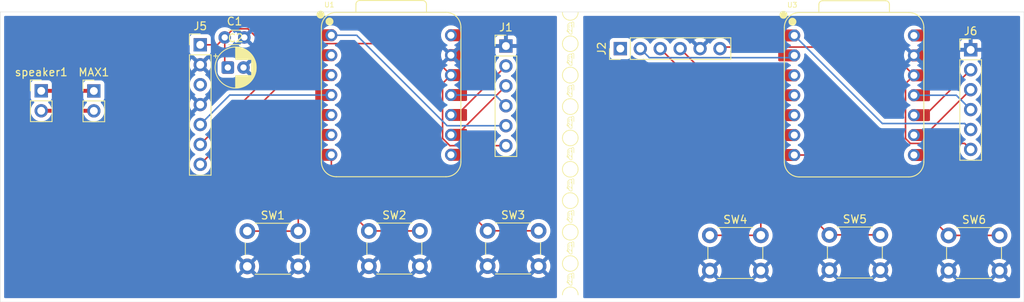
<source format=kicad_pcb>
(kicad_pcb (version 20241229) (generator "pcbnew") (generator_version "9.0")
  (layers (0 "F.Cu" signal) (2 "B.Cu" signal) (13 "F.Paste" user) (15 "B.Paste" user) (5 "F.SilkS" user "F.Silkscreen") (7 "B.SilkS" user "B.Silkscreen") (1 "F.Mask" user) (3 "B.Mask" user) (25 "Edge.Cuts" user))
  (net 0 "")
  (net 1 "Net-(J1-Pin_4)")
  (net 2 "+3.3V")
  (net 3 "GND")
  (net 4 "Net-(J1-Pin_2)")
  (net 5 "Net-(J1-Pin_5)")
  (net 6 "Net-(J1-Pin_3)")
  (net 7 "Net-(J5-Pin_7)")
  (net 8 "Net-(J2-Pin_4)")
  (net 9 "Net-(J5-Pin_6)")
  (net 11 "Net-(J5-Pin_5)")
  (net 12 "Net-(U1-GPIO6{slash}D4{slash}SDA)")
  (net 13 "Net-(U1-GPIO7{slash}D5{slash}SCL)")
  (net 14 "Net-(U1-GPIO21{slash}D6{slash}TX)")
  (net 18 "Net-(J2-Pin_3)")
  (net 19 "Net-(J2-Pin_2)")
  (net 20 "Net-(J6-Pin_3)")
  (net 21 "Net-(J6-Pin_5)")
  (net 22 "Net-(J6-Pin_2)")
  (net 23 "Net-(J6-Pin_4)")
  (net 24 "Net-(MAX1-Pin_2)")
  (net 25 "Net-(MAX1-Pin_1)")
  (net 26 "Net-(U3-GPIO6{slash}D4{slash}SDA)")
  (net 27 "Net-(U3-GPIO7{slash}D5{slash}SCL)")
  (net 28 "Net-(U3-GPIO21{slash}D6{slash}TX)")
  (net 31 "GND 2")
  (net 32 "+3.3V 2")
  (footprint "Button_Switch_THT:SW_PUSH_6mm" (layer "F.Cu") (at 62.9944 70.231)
    (property "Reference" "SW2" (at 3.25 -2 0) (layer "F.SilkS"))
    (property "Value" "SW_Push")
    (pad "1" thru_hole circle (at 0 0 90) (size 2 2) (drill 1.1) (layers "*.Cu" "*.Mask") (net 13 "Net-(U1-GPIO7{slash}D5{slash}SCL)"))
    (pad "1" thru_hole circle (at 6.5 0 90) (size 2 2) (drill 1.1) (layers "*.Cu" "*.Mask") (net 13 "Net-(U1-GPIO7{slash}D5{slash}SCL)"))
    (pad "2" thru_hole circle (at 0 4.5 90) (size 2 2) (drill 1.1) (layers "*.Cu" "*.Mask") (net 3 "GND"))
    (pad "2" thru_hole circle (at 6.5 4.5 90) (size 2 2) (drill 1.1) (layers "*.Cu" "*.Mask") (net 3 "GND"))
  )
  (footprint "mouse:mouse-bite-2mm-4mm" (layer "F.Cu") (at 88.6714 64.3636 90)
    (property "Reference" "mouse-bite-2mm-4mm" (hide yes))
    (property "Value" "VAL**" (hide yes))
    (pad "" np_thru_hole circle (at -0.8 0.8 90) (size 0.5 0.5) (drill 0.5) (layers "*.Cu" "*.Mask"))
    (pad "" np_thru_hole circle (at -0.79 -0.79 90) (size 0.5 0.5) (drill 0.5) (layers "*.Cu" "*.Mask"))
    (pad "" np_thru_hole circle (at 0 -0.79 90) (size 0.5 0.5) (drill 0.5) (layers "*.Cu" "*.Mask"))
    (pad "" np_thru_hole circle (at 0 0.8 90) (size 0.5 0.5) (drill 0.5) (layers "*.Cu" "*.Mask"))
    (pad "" np_thru_hole circle (at 0.8 -0.8 90) (size 0.5 0.5) (drill 0.5) (layers "*.Cu" "*.Mask"))
    (pad "" np_thru_hole circle (at 0.8 0.79 90) (size 0.5 0.5) (drill 0.5) (layers "*.Cu" "*.Mask"))
  )
  (footprint "Capacitor_THT:CP_Radial_D5.0mm_P2.00mm" (layer "F.Cu") (at 45.0154 49.403)
    (property "Reference" "C2" (at 1 -3.75 0) (layer "F.SilkS"))
    (property "Value" "C")
    (pad "1" thru_hole roundrect (at 0 0) (size 1.6 1.6) (drill 0.8) (layers "*.Cu" "*.Mask") (roundrect_rratio 0.15625) (net 2 "+3.3V"))
    (pad "2" thru_hole circle (at 2 0) (size 1.6 1.6) (drill 0.8) (layers "*.Cu" "*.Mask") (net 3 "GND"))
  )
  (footprint "Connector_PinHeader_2.54mm:PinHeader_1x06_P2.54mm_Vertical" (layer "F.Cu") (at 95.0538 46.99 90)
    (property "Reference" "J2" (at 0 -2.38 90) (layer "F.SilkS"))
    (property "Value" "Conn_01x06")
    (pad "1" thru_hole rect (at 0 0 90) (size 1.7 1.7) (drill 1) (layers "*.Cu" "*.Mask"))
    (pad "2" thru_hole circle (at 0 2.54 90) (size 1.7 1.7) (drill 1) (layers "*.Cu" "*.Mask") (net 19 "Net-(J2-Pin_2)"))
    (pad "3" thru_hole circle (at 0 5.08 90) (size 1.7 1.7) (drill 1) (layers "*.Cu" "*.Mask") (net 18 "Net-(J2-Pin_3)"))
    (pad "4" thru_hole circle (at 0 7.62 90) (size 1.7 1.7) (drill 1) (layers "*.Cu" "*.Mask") (net 8 "Net-(J2-Pin_4)"))
    (pad "5" thru_hole circle (at 0 10.16 90) (size 1.7 1.7) (drill 1) (layers "*.Cu" "*.Mask") (net 31 "GND 2"))
    (pad "6" thru_hole circle (at 0 12.7 90) (size 1.7 1.7) (drill 1) (layers "*.Cu" "*.Mask") (net 32 "+3.3V 2"))
  )
  (footprint "SASER:XIAO-ESP32C3-DIP" (layer "F.Cu") (at 124.968 52.9336)
    (property "Reference" "U3" (at -8 -11.5 0) (layer "F.SilkS") (effects (font (size 0.635 0.635) (thickness 0.1016))))
    (property "Value" "XIAO-ESP32-C3-DIP")
    (pad "1" smd roundrect (at -8.575 -7.62 180) (size 2.432 1.524) (layers "F.Cu" "F.Mask") (roundrect_rratio 0.1) (net 21 "Net-(J6-Pin_5)"))
    (pad "1" thru_hole circle (at -7.74 -7.62 180) (size 1.524 1.524) (drill 0.889) (layers "*.Cu" "*.Mask") (net 21 "Net-(J6-Pin_5)"))
    (pad "2" smd roundrect (at -8.575 -5.08 180) (size 2.432 1.524) (layers "F.Cu" "F.Mask") (roundrect_rratio 0.1) (net 19 "Net-(J2-Pin_2)"))
    (pad "2" thru_hole circle (at -7.74 -5.08 180) (size 1.524 1.524) (drill 0.889) (layers "*.Cu" "*.Mask") (net 19 "Net-(J2-Pin_2)"))
    (pad "3" smd roundrect (at -8.575 -2.54 180) (size 2.432 1.524) (layers "F.Cu" "F.Mask") (roundrect_rratio 0.1) (net 8 "Net-(J2-Pin_4)"))
    (pad "3" thru_hole circle (at -7.74 -2.54 180) (size 1.524 1.524) (drill 0.889) (layers "*.Cu" "*.Mask") (net 8 "Net-(J2-Pin_4)"))
    (pad "4" smd roundrect (at -8.575 0 180) (size 2.432 1.524) (layers "F.Cu" "F.Mask") (roundrect_rratio 0.1) (net 18 "Net-(J2-Pin_3)"))
    (pad "4" thru_hole circle (at -7.74 0 180) (size 1.524 1.524) (drill 0.889) (layers "*.Cu" "*.Mask") (net 18 "Net-(J2-Pin_3)"))
    (pad "5" smd roundrect (at -8.575 2.54 180) (size 2.432 1.524) (layers "F.Cu" "F.Mask") (roundrect_rratio 0.1) (net 26 "Net-(U3-GPIO6{slash}D4{slash}SDA)"))
    (pad "5" thru_hole circle (at -7.74 2.54 180) (size 1.524 1.524) (drill 0.889) (layers "*.Cu" "*.Mask") (net 26 "Net-(U3-GPIO6{slash}D4{slash}SDA)"))
    (pad "6" smd roundrect (at -8.575 5.08 180) (size 2.432 1.524) (layers "F.Cu" "F.Mask") (roundrect_rratio 0.1) (net 27 "Net-(U3-GPIO7{slash}D5{slash}SCL)"))
    (pad "6" thru_hole circle (at -7.74 5.08 180) (size 1.524 1.524) (drill 0.889) (layers "*.Cu" "*.Mask") (net 27 "Net-(U3-GPIO7{slash}D5{slash}SCL)"))
    (pad "7" smd roundrect (at -8.575 7.62 180) (size 2.432 1.524) (layers "F.Cu" "F.Mask") (roundrect_rratio 0.1) (net 28 "Net-(U3-GPIO21{slash}D6{slash}TX)"))
    (pad "7" thru_hole circle (at -7.74 7.62 180) (size 1.524 1.524) (drill 0.889) (layers "*.Cu" "*.Mask") (net 28 "Net-(U3-GPIO21{slash}D6{slash}TX)"))
    (pad "8" thru_hole circle (at 7.5 7.62) (size 1.524 1.524) (drill 0.889) (layers "*.Cu" "*.Mask"))
    (pad "8" smd roundrect (at 8.335 7.62) (size 2.432 1.524) (layers "F.Cu" "F.Mask") (roundrect_rratio 0.1))
    (pad "9" thru_hole circle (at 7.5 5.08) (size 1.524 1.524) (drill 0.889) (layers "*.Cu" "*.Mask") (net 20 "Net-(J6-Pin_3)"))
    (pad "9" smd roundrect (at 8.335 5.08) (size 2.432 1.524) (layers "F.Cu" "F.Mask") (roundrect_rratio 0.1) (net 20 "Net-(J6-Pin_3)"))
    (pad "10" thru_hole circle (at 7.5 2.54) (size 1.524 1.524) (drill 0.889) (layers "*.Cu" "*.Mask") (net 22 "Net-(J6-Pin_2)"))
    (pad "10" smd roundrect (at 8.335 2.54) (size 2.432 1.524) (layers "F.Cu" "F.Mask") (roundrect_rratio 0.1) (net 22 "Net-(J6-Pin_2)"))
    (pad "11" thru_hole circle (at 7.5 0) (size 1.524 1.524) (drill 0.889) (layers "*.Cu" "*.Mask") (net 23 "Net-(J6-Pin_4)"))
    (pad "11" smd roundrect (at 8.335 0) (size 2.432 1.524) (layers "F.Cu" "F.Mask") (roundrect_rratio 0.1) (net 23 "Net-(J6-Pin_4)"))
    (pad "12" thru_hole circle (at 7.5 -2.54) (size 1.524 1.524) (drill 0.889) (layers "*.Cu" "*.Mask") (net 32 "+3.3V 2"))
    (pad "12" smd roundrect (at 8.335 -2.54) (size 2.432 1.524) (layers "F.Cu" "F.Mask") (roundrect_rratio 0.1) (net 32 "+3.3V 2"))
    (pad "13" thru_hole circle (at 7.5 -5.08) (size 1.524 1.524) (drill 0.889) (layers "*.Cu" "*.Mask") (net 31 "GND 2"))
    (pad "13" smd roundrect (at 8.335 -5.08) (size 2.432 1.524) (layers "F.Cu" "F.Mask") (roundrect_rratio 0.1) (net 31 "GND 2"))
    (pad "14" thru_hole circle (at 7.5 -7.62) (size 1.524 1.524) (drill 0.889) (layers "*.Cu" "*.Mask"))
    (pad "14" smd roundrect (at 8.335 -7.62) (size 2.432 1.524) (layers "F.Cu" "F.Mask") (roundrect_rratio 0.1))
  )
  (footprint "mouse:mouse-bite-2mm-4mm" (layer "F.Cu") (at 88.6714 72.39 90)
    (property "Reference" "mouse-bite-2mm-4mm" (hide yes))
    (property "Value" "VAL**" (hide yes))
    (pad "" np_thru_hole circle (at -0.8 0.8 90) (size 0.5 0.5) (drill 0.5) (layers "*.Cu" "*.Mask"))
    (pad "" np_thru_hole circle (at -0.79 -0.79 90) (size 0.5 0.5) (drill 0.5) (layers "*.Cu" "*.Mask"))
    (pad "" np_thru_hole circle (at 0 -0.79 90) (size 0.5 0.5) (drill 0.5) (layers "*.Cu" "*.Mask"))
    (pad "" np_thru_hole circle (at 0 0.8 90) (size 0.5 0.5) (drill 0.5) (layers "*.Cu" "*.Mask"))
    (pad "" np_thru_hole circle (at 0.8 -0.8 90) (size 0.5 0.5) (drill 0.5) (layers "*.Cu" "*.Mask"))
    (pad "" np_thru_hole circle (at 0.8 0.79 90) (size 0.5 0.5) (drill 0.5) (layers "*.Cu" "*.Mask"))
  )
  (footprint "Button_Switch_THT:SW_PUSH_6mm" (layer "F.Cu") (at 47.5004 70.2522)
    (property "Reference" "SW1" (at 3.25 -2 0) (layer "F.SilkS"))
    (property "Value" "SW_Push")
    (pad "1" thru_hole circle (at 0 0 90) (size 2 2) (drill 1.1) (layers "*.Cu" "*.Mask") (net 12 "Net-(U1-GPIO6{slash}D4{slash}SDA)"))
    (pad "1" thru_hole circle (at 6.5 0 90) (size 2 2) (drill 1.1) (layers "*.Cu" "*.Mask") (net 12 "Net-(U1-GPIO6{slash}D4{slash}SDA)"))
    (pad "2" thru_hole circle (at 0 4.5 90) (size 2 2) (drill 1.1) (layers "*.Cu" "*.Mask") (net 3 "GND"))
    (pad "2" thru_hole circle (at 6.5 4.5 90) (size 2 2) (drill 1.1) (layers "*.Cu" "*.Mask") (net 3 "GND"))
  )
  (footprint "mouse:mouse-bite-2mm-4mm" (layer "F.Cu") (at 88.6714 48.3616 90)
    (property "Reference" "mouse-bite-2mm-4mm" (hide yes))
    (property "Value" "VAL**" (hide yes))
    (pad "" np_thru_hole circle (at -0.8 0.8 90) (size 0.5 0.5) (drill 0.5) (layers "*.Cu" "*.Mask"))
    (pad "" np_thru_hole circle (at -0.79 -0.79 90) (size 0.5 0.5) (drill 0.5) (layers "*.Cu" "*.Mask"))
    (pad "" np_thru_hole circle (at 0 -0.79 90) (size 0.5 0.5) (drill 0.5) (layers "*.Cu" "*.Mask"))
    (pad "" np_thru_hole circle (at 0 0.8 90) (size 0.5 0.5) (drill 0.5) (layers "*.Cu" "*.Mask"))
    (pad "" np_thru_hole circle (at 0.8 -0.8 90) (size 0.5 0.5) (drill 0.5) (layers "*.Cu" "*.Mask"))
    (pad "" np_thru_hole circle (at 0.8 0.79 90) (size 0.5 0.5) (drill 0.5) (layers "*.Cu" "*.Mask"))
  )
  (footprint "mouse:mouse-bite-2mm-4mm" (layer "F.Cu") (at 88.6714 44.3738 90)
    (property "Reference" "mouse-bite-2mm-4mm" (hide yes))
    (property "Value" "VAL**" (hide yes))
    (pad "" np_thru_hole circle (at -0.8 0.8 90) (size 0.5 0.5) (drill 0.5) (layers "*.Cu" "*.Mask"))
    (pad "" np_thru_hole circle (at -0.79 -0.79 90) (size 0.5 0.5) (drill 0.5) (layers "*.Cu" "*.Mask"))
    (pad "" np_thru_hole circle (at 0 -0.79 90) (size 0.5 0.5) (drill 0.5) (layers "*.Cu" "*.Mask"))
    (pad "" np_thru_hole circle (at 0 0.8 90) (size 0.5 0.5) (drill 0.5) (layers "*.Cu" "*.Mask"))
    (pad "" np_thru_hole circle (at 0.8 -0.8 90) (size 0.5 0.5) (drill 0.5) (layers "*.Cu" "*.Mask"))
    (pad "" np_thru_hole circle (at 0.8 0.79 90) (size 0.5 0.5) (drill 0.5) (layers "*.Cu" "*.Mask"))
  )
  (footprint "Connector_PinHeader_2.54mm:PinHeader_1x07_P2.54mm_Vertical" (layer "F.Cu") (at 41.5036 46.5074)
    (property "Reference" "J5" (at 0 -2.38 0) (layer "F.SilkS"))
    (property "Value" "Conn_01x07")
    (pad "1" thru_hole rect (at 0 0) (size 1.7 1.7) (drill 1) (layers "*.Cu" "*.Mask") (net 2 "+3.3V"))
    (pad "2" thru_hole circle (at 0 2.54) (size 1.7 1.7) (drill 1) (layers "*.Cu" "*.Mask") (net 3 "GND"))
    (pad "3" thru_hole circle (at 0 5.08) (size 1.7 1.7) (drill 1) (layers "*.Cu" "*.Mask"))
    (pad "4" thru_hole circle (at 0 7.62) (size 1.7 1.7) (drill 1) (layers "*.Cu" "*.Mask") (net 3 "GND"))
    (pad "5" thru_hole circle (at 0 10.16) (size 1.7 1.7) (drill 1) (layers "*.Cu" "*.Mask") (net 11 "Net-(J5-Pin_5)"))
    (pad "6" thru_hole circle (at 0 12.7) (size 1.7 1.7) (drill 1) (layers "*.Cu" "*.Mask") (net 9 "Net-(J5-Pin_6)"))
    (pad "7" thru_hole circle (at 0 15.24) (size 1.7 1.7) (drill 1) (layers "*.Cu" "*.Mask") (net 7 "Net-(J5-Pin_7)"))
  )
  (footprint "mouse:mouse-bite-2mm-4mm" (layer "F.Cu") (at 88.6714 56.388 90)
    (property "Reference" "mouse-bite-2mm-4mm" (hide yes))
    (property "Value" "VAL**" (hide yes))
    (pad "" np_thru_hole circle (at -0.8 0.8 90) (size 0.5 0.5) (drill 0.5) (layers "*.Cu" "*.Mask"))
    (pad "" np_thru_hole circle (at -0.79 -0.79 90) (size 0.5 0.5) (drill 0.5) (layers "*.Cu" "*.Mask"))
    (pad "" np_thru_hole circle (at 0 -0.79 90) (size 0.5 0.5) (drill 0.5) (layers "*.Cu" "*.Mask"))
    (pad "" np_thru_hole circle (at 0 0.8 90) (size 0.5 0.5) (drill 0.5) (layers "*.Cu" "*.Mask"))
    (pad "" np_thru_hole circle (at 0.8 -0.8 90) (size 0.5 0.5) (drill 0.5) (layers "*.Cu" "*.Mask"))
    (pad "" np_thru_hole circle (at 0.8 0.79 90) (size 0.5 0.5) (drill 0.5) (layers "*.Cu" "*.Mask"))
  )
  (footprint "Capacitor_THT:C_Disc_D3.0mm_W1.6mm_P2.50mm" (layer "F.Cu") (at 44.6224 45.5676)
    (property "Reference" "C1" (at 1.25 -2.05 0) (layer "F.SilkS"))
    (property "Value" "C")
    (pad "1" thru_hole circle (at 0 0) (size 1.6 1.6) (drill 0.8) (layers "*.Cu" "*.Mask") (net 2 "+3.3V"))
    (pad "2" thru_hole circle (at 2.5 0) (size 1.6 1.6) (drill 0.8) (layers "*.Cu" "*.Mask") (net 3 "GND"))
  )
  (footprint "mouse:mouse-bite-2mm-4mm" (layer "F.Cu") (at 88.6714 76.3778 90)
    (property "Reference" "mouse-bite-2mm-4mm" (hide yes))
    (property "Value" "VAL**" (hide yes))
    (pad "" np_thru_hole circle (at -0.8 0.8 90) (size 0.5 0.5) (drill 0.5) (layers "*.Cu" "*.Mask"))
    (pad "" np_thru_hole circle (at -0.79 -0.79 90) (size 0.5 0.5) (drill 0.5) (layers "*.Cu" "*.Mask"))
    (pad "" np_thru_hole circle (at 0 -0.79 90) (size 0.5 0.5) (drill 0.5) (layers "*.Cu" "*.Mask"))
    (pad "" np_thru_hole circle (at 0 0.8 90) (size 0.5 0.5) (drill 0.5) (layers "*.Cu" "*.Mask"))
    (pad "" np_thru_hole circle (at 0.8 -0.8 90) (size 0.5 0.5) (drill 0.5) (layers "*.Cu" "*.Mask"))
    (pad "" np_thru_hole circle (at 0.8 0.79 90) (size 0.5 0.5) (drill 0.5) (layers "*.Cu" "*.Mask"))
  )
  (footprint "Button_Switch_THT:SW_PUSH_6mm" (layer "F.Cu") (at 121.6984 70.7348)
    (property "Reference" "SW5" (at 3.25 -2 0) (layer "F.SilkS"))
    (property "Value" "SW_Push")
    (pad "1" thru_hole circle (at 0 0 90) (size 2 2) (drill 1.1) (layers "*.Cu" "*.Mask") (net 27 "Net-(U3-GPIO7{slash}D5{slash}SCL)"))
    (pad "1" thru_hole circle (at 6.5 0 90) (size 2 2) (drill 1.1) (layers "*.Cu" "*.Mask") (net 27 "Net-(U3-GPIO7{slash}D5{slash}SCL)"))
    (pad "2" thru_hole circle (at 0 4.5 90) (size 2 2) (drill 1.1) (layers "*.Cu" "*.Mask") (net 31 "GND 2"))
    (pad "2" thru_hole circle (at 6.5 4.5 90) (size 2 2) (drill 1.1) (layers "*.Cu" "*.Mask") (net 31 "GND 2"))
  )
  (footprint "Button_Switch_THT:SW_PUSH_6mm" (layer "F.Cu") (at 136.8888 70.8004)
    (property "Reference" "SW6" (at 3.25 -2 0) (layer "F.SilkS"))
    (property "Value" "SW_Push")
    (pad "1" thru_hole circle (at 0 0 90) (size 2 2) (drill 1.1) (layers "*.Cu" "*.Mask") (net 28 "Net-(U3-GPIO21{slash}D6{slash}TX)"))
    (pad "1" thru_hole circle (at 6.5 0 90) (size 2 2) (drill 1.1) (layers "*.Cu" "*.Mask") (net 28 "Net-(U3-GPIO21{slash}D6{slash}TX)"))
    (pad "2" thru_hole circle (at 0 4.5 90) (size 2 2) (drill 1.1) (layers "*.Cu" "*.Mask") (net 31 "GND 2"))
    (pad "2" thru_hole circle (at 6.5 4.5 90) (size 2 2) (drill 1.1) (layers "*.Cu" "*.Mask") (net 31 "GND 2"))
  )
  (footprint "Connector_PinHeader_2.54mm:PinHeader_1x06_P2.54mm_Vertical" (layer "F.Cu") (at 139.707 47.1424)
    (property "Reference" "J6" (at 0 -2.38 0) (layer "F.SilkS"))
    (property "Value" "Conn_01x06")
    (pad "1" thru_hole rect (at 0 0) (size 1.7 1.7) (drill 1) (layers "*.Cu" "*.Mask") (net 31 "GND 2"))
    (pad "2" thru_hole circle (at 0 2.54) (size 1.7 1.7) (drill 1) (layers "*.Cu" "*.Mask") (net 22 "Net-(J6-Pin_2)"))
    (pad "3" thru_hole circle (at 0 5.08) (size 1.7 1.7) (drill 1) (layers "*.Cu" "*.Mask") (net 20 "Net-(J6-Pin_3)"))
    (pad "4" thru_hole circle (at 0 7.62) (size 1.7 1.7) (drill 1) (layers "*.Cu" "*.Mask") (net 23 "Net-(J6-Pin_4)"))
    (pad "5" thru_hole circle (at 0 10.16) (size 1.7 1.7) (drill 1) (layers "*.Cu" "*.Mask") (net 21 "Net-(J6-Pin_5)"))
    (pad "6" thru_hole circle (at 0 12.7) (size 1.7 1.7) (drill 1) (layers "*.Cu" "*.Mask") (net 32 "+3.3V 2"))
  )
  (footprint "Connector_PinHeader_2.54mm:PinHeader_1x02_P2.54mm_Vertical" (layer "F.Cu") (at 27.94 52.3875)
    (property "Reference" "MAX1" (at 0 -2.38 0) (layer "F.SilkS"))
    (property "Value" "Conn_01x02")
    (pad "1" thru_hole rect (at 0 0) (size 1.7 1.7) (drill 1) (layers "*.Cu" "*.Mask") (net 25 "Net-(MAX1-Pin_1)"))
    (pad "2" thru_hole circle (at 0 2.54) (size 1.7 1.7) (drill 1) (layers "*.Cu" "*.Mask") (net 24 "Net-(MAX1-Pin_2)"))
  )
  (footprint "Button_Switch_THT:SW_PUSH_6mm" (layer "F.Cu") (at 106.4608 70.7898)
    (property "Reference" "SW4" (at 3.25 -2 0) (layer "F.SilkS"))
    (property "Value" "SW_Push")
    (pad "1" thru_hole circle (at 0 0 90) (size 2 2) (drill 1.1) (layers "*.Cu" "*.Mask") (net 26 "Net-(U3-GPIO6{slash}D4{slash}SDA)"))
    (pad "1" thru_hole circle (at 6.5 0 90) (size 2 2) (drill 1.1) (layers "*.Cu" "*.Mask") (net 26 "Net-(U3-GPIO6{slash}D4{slash}SDA)"))
    (pad "2" thru_hole circle (at 0 4.5 90) (size 2 2) (drill 1.1) (layers "*.Cu" "*.Mask") (net 31 "GND 2"))
    (pad "2" thru_hole circle (at 6.5 4.5 90) (size 2 2) (drill 1.1) (layers "*.Cu" "*.Mask") (net 31 "GND 2"))
  )
  (footprint "Connector_PinHeader_2.54mm:PinHeader_1x02_P2.54mm_Vertical" (layer "F.Cu") (at 21.2344 52.3748)
    (property "Reference" "speaker1" (at 0 -2.38 0) (layer "F.SilkS"))
    (property "Value" "Conn_01x02")
    (pad "1" thru_hole rect (at 0 0) (size 1.7 1.7) (drill 1) (layers "*.Cu" "*.Mask") (net 25 "Net-(MAX1-Pin_1)"))
    (pad "2" thru_hole circle (at 0 2.54) (size 1.7 1.7) (drill 1) (layers "*.Cu" "*.Mask") (net 24 "Net-(MAX1-Pin_2)"))
  )
  (footprint "mouse:mouse-bite-2mm-4mm" (layer "F.Cu") (at 88.6714 68.3768 90)
    (property "Reference" "mouse-bite-2mm-4mm" (hide yes))
    (property "Value" "VAL**" (hide yes))
    (pad "" np_thru_hole circle (at -0.8 0.8 90) (size 0.5 0.5) (drill 0.5) (layers "*.Cu" "*.Mask"))
    (pad "" np_thru_hole circle (at -0.79 -0.79 90) (size 0.5 0.5) (drill 0.5) (layers "*.Cu" "*.Mask"))
    (pad "" np_thru_hole circle (at 0 -0.79 90) (size 0.5 0.5) (drill 0.5) (layers "*.Cu" "*.Mask"))
    (pad "" np_thru_hole circle (at 0 0.8 90) (size 0.5 0.5) (drill 0.5) (layers "*.Cu" "*.Mask"))
    (pad "" np_thru_hole circle (at 0.8 -0.8 90) (size 0.5 0.5) (drill 0.5) (layers "*.Cu" "*.Mask"))
    (pad "" np_thru_hole circle (at 0.8 0.79 90) (size 0.5 0.5) (drill 0.5) (layers "*.Cu" "*.Mask"))
  )
  (footprint "Button_Switch_THT:SW_PUSH_6mm" (layer "F.Cu") (at 78.1316 70.2162)
    (property "Reference" "SW3" (at 3.25 -2 0) (layer "F.SilkS"))
    (property "Value" "SW_Push")
    (pad "1" thru_hole circle (at 0 0 90) (size 2 2) (drill 1.1) (layers "*.Cu" "*.Mask") (net 14 "Net-(U1-GPIO21{slash}D6{slash}TX)"))
    (pad "1" thru_hole circle (at 6.5 0 90) (size 2 2) (drill 1.1) (layers "*.Cu" "*.Mask") (net 14 "Net-(U1-GPIO21{slash}D6{slash}TX)"))
    (pad "2" thru_hole circle (at 0 4.5 90) (size 2 2) (drill 1.1) (layers "*.Cu" "*.Mask") (net 3 "GND"))
    (pad "2" thru_hole circle (at 6.5 4.5 90) (size 2 2) (drill 1.1) (layers "*.Cu" "*.Mask") (net 3 "GND"))
  )
  (footprint "Connector_PinHeader_2.54mm:PinHeader_1x06_P2.54mm_Vertical" (layer "F.Cu") (at 80.4672 46.6598)
    (property "Reference" "J1" (at 0 -2.38 0) (layer "F.SilkS"))
    (property "Value" "Conn_01x06")
    (pad "1" thru_hole rect (at 0 0) (size 1.7 1.7) (drill 1) (layers "*.Cu" "*.Mask") (net 3 "GND"))
    (pad "2" thru_hole circle (at 0 2.54) (size 1.7 1.7) (drill 1) (layers "*.Cu" "*.Mask") (net 4 "Net-(J1-Pin_2)"))
    (pad "3" thru_hole circle (at 0 5.08) (size 1.7 1.7) (drill 1) (layers "*.Cu" "*.Mask") (net 6 "Net-(J1-Pin_3)"))
    (pad "4" thru_hole circle (at 0 7.62) (size 1.7 1.7) (drill 1) (layers "*.Cu" "*.Mask") (net 1 "Net-(J1-Pin_4)"))
    (pad "5" thru_hole circle (at 0 10.16) (size 1.7 1.7) (drill 1) (layers "*.Cu" "*.Mask") (net 5 "Net-(J1-Pin_5)"))
    (pad "6" thru_hole circle (at 0 12.7) (size 1.7 1.7) (drill 1) (layers "*.Cu" "*.Mask") (net 2 "+3.3V"))
  )
  (footprint "mouse:mouse-bite-2mm-4mm" (layer "F.Cu") (at 88.6714 52.3748 90)
    (property "Reference" "mouse-bite-2mm-4mm" (hide yes))
    (property "Value" "VAL**" (hide yes))
    (pad "" np_thru_hole circle (at -0.8 0.8 90) (size 0.5 0.5) (drill 0.5) (layers "*.Cu" "*.Mask"))
    (pad "" np_thru_hole circle (at -0.79 -0.79 90) (size 0.5 0.5) (drill 0.5) (layers "*.Cu" "*.Mask"))
    (pad "" np_thru_hole circle (at 0 -0.79 90) (size 0.5 0.5) (drill 0.5) (layers "*.Cu" "*.Mask"))
    (pad "" np_thru_hole circle (at 0 0.8 90) (size 0.5 0.5) (drill 0.5) (layers "*.Cu" "*.Mask"))
    (pad "" np_thru_hole circle (at 0.8 -0.8 90) (size 0.5 0.5) (drill 0.5) (layers "*.Cu" "*.Mask"))
    (pad "" np_thru_hole circle (at 0.8 0.79 90) (size 0.5 0.5) (drill 0.5) (layers "*.Cu" "*.Mask"))
  )
  (footprint "mouse:mouse-bite-2mm-4mm" (layer "F.Cu") (at 88.6714 60.3758 90)
    (property "Reference" "mouse-bite-2mm-4mm" (hide yes))
    (property "Value" "VAL**" (hide yes))
    (pad "" np_thru_hole circle (at -0.8 0.8 90) (size 0.5 0.5) (drill 0.5) (layers "*.Cu" "*.Mask"))
    (pad "" np_thru_hole circle (at -0.79 -0.79 90) (size 0.5 0.5) (drill 0.5) (layers "*.Cu" "*.Mask"))
    (pad "" np_thru_hole circle (at 0 -0.79 90) (size 0.5 0.5) (drill 0.5) (layers "*.Cu" "*.Mask"))
    (pad "" np_thru_hole circle (at 0 0.8 90) (size 0.5 0.5) (drill 0.5) (layers "*.Cu" "*.Mask"))
    (pad "" np_thru_hole circle (at 0.8 -0.8 90) (size 0.5 0.5) (drill 0.5) (layers "*.Cu" "*.Mask"))
    (pad "" np_thru_hole circle (at 0.8 0.79 90) (size 0.5 0.5) (drill 0.5) (layers "*.Cu" "*.Mask"))
  )
  (footprint "SASER:XIAO-ESP32C3-DIP" (layer "F.Cu") (at 65.9568 52.9082)
    (property "Reference" "U1" (at -8 -11.5 0) (layer "F.SilkS") (effects (font (size 0.635 0.635) (thickness 0.1016))))
    (property "Value" "XIAO-ESP32-C3-DIP")
    (pad "1" smd roundrect (at -8.575 -7.62 180) (size 2.432 1.524) (layers "F.Cu" "F.Mask") (roundrect_rratio 0.1) (net 5 "Net-(J1-Pin_5)"))
    (pad "1" thru_hole circle (at -7.74 -7.62 180) (size 1.524 1.524) (drill 0.889) (layers "*.Cu" "*.Mask") (net 5 "Net-(J1-Pin_5)"))
    (pad "2" smd roundrect (at -8.575 -5.08 180) (size 2.432 1.524) (layers "F.Cu" "F.Mask") (roundrect_rratio 0.1) (net 9 "Net-(J5-Pin_6)"))
    (pad "2" thru_hole circle (at -7.74 -5.08 180) (size 1.524 1.524) (drill 0.889) (layers "*.Cu" "*.Mask") (net 9 "Net-(J5-Pin_6)"))
    (pad "3" smd roundrect (at -8.575 -2.54 180) (size 2.432 1.524) (layers "F.Cu" "F.Mask") (roundrect_rratio 0.1) (net 7 "Net-(J5-Pin_7)"))
    (pad "3" thru_hole circle (at -7.74 -2.54 180) (size 1.524 1.524) (drill 0.889) (layers "*.Cu" "*.Mask") (net 7 "Net-(J5-Pin_7)"))
    (pad "4" smd roundrect (at -8.575 0 180) (size 2.432 1.524) (layers "F.Cu" "F.Mask") (roundrect_rratio 0.1) (net 11 "Net-(J5-Pin_5)"))
    (pad "4" thru_hole circle (at -7.74 0 180) (size 1.524 1.524) (drill 0.889) (layers "*.Cu" "*.Mask") (net 11 "Net-(J5-Pin_5)"))
    (pad "5" smd roundrect (at -8.575 2.54 180) (size 2.432 1.524) (layers "F.Cu" "F.Mask") (roundrect_rratio 0.1) (net 12 "Net-(U1-GPIO6{slash}D4{slash}SDA)"))
    (pad "5" thru_hole circle (at -7.74 2.54 180) (size 1.524 1.524) (drill 0.889) (layers "*.Cu" "*.Mask") (net 12 "Net-(U1-GPIO6{slash}D4{slash}SDA)"))
    (pad "6" smd roundrect (at -8.575 5.08 180) (size 2.432 1.524) (layers "F.Cu" "F.Mask") (roundrect_rratio 0.1) (net 13 "Net-(U1-GPIO7{slash}D5{slash}SCL)"))
    (pad "6" thru_hole circle (at -7.74 5.08 180) (size 1.524 1.524) (drill 0.889) (layers "*.Cu" "*.Mask") (net 13 "Net-(U1-GPIO7{slash}D5{slash}SCL)"))
    (pad "7" smd roundrect (at -8.575 7.62 180) (size 2.432 1.524) (layers "F.Cu" "F.Mask") (roundrect_rratio 0.1) (net 14 "Net-(U1-GPIO21{slash}D6{slash}TX)"))
    (pad "7" thru_hole circle (at -7.74 7.62 180) (size 1.524 1.524) (drill 0.889) (layers "*.Cu" "*.Mask") (net 14 "Net-(U1-GPIO21{slash}D6{slash}TX)"))
    (pad "8" thru_hole circle (at 7.5 7.62) (size 1.524 1.524) (drill 0.889) (layers "*.Cu" "*.Mask"))
    (pad "8" smd roundrect (at 8.335 7.62) (size 2.432 1.524) (layers "F.Cu" "F.Mask") (roundrect_rratio 0.1))
    (pad "9" thru_hole circle (at 7.5 5.08) (size 1.524 1.524) (drill 0.889) (layers "*.Cu" "*.Mask") (net 6 "Net-(J1-Pin_3)"))
    (pad "9" smd roundrect (at 8.335 5.08) (size 2.432 1.524) (layers "F.Cu" "F.Mask") (roundrect_rratio 0.1) (net 6 "Net-(J1-Pin_3)"))
    (pad "10" thru_hole circle (at 7.5 2.54) (size 1.524 1.524) (drill 0.889) (layers "*.Cu" "*.Mask") (net 4 "Net-(J1-Pin_2)"))
    (pad "10" smd roundrect (at 8.335 2.54) (size 2.432 1.524) (layers "F.Cu" "F.Mask") (roundrect_rratio 0.1) (net 4 "Net-(J1-Pin_2)"))
    (pad "11" thru_hole circle (at 7.5 0) (size 1.524 1.524) (drill 0.889) (layers "*.Cu" "*.Mask") (net 1 "Net-(J1-Pin_4)"))
    (pad "11" smd roundrect (at 8.335 0) (size 2.432 1.524) (layers "F.Cu" "F.Mask") (roundrect_rratio 0.1) (net 1 "Net-(J1-Pin_4)"))
    (pad "12" thru_hole circle (at 7.5 -2.54) (size 1.524 1.524) (drill 0.889) (layers "*.Cu" "*.Mask") (net 2 "+3.3V"))
    (pad "12" smd roundrect (at 8.335 -2.54) (size 2.432 1.524) (layers "F.Cu" "F.Mask") (roundrect_rratio 0.1) (net 2 "+3.3V"))
    (pad "13" thru_hole circle (at 7.5 -5.08) (size 1.524 1.524) (drill 0.889) (layers "*.Cu" "*.Mask") (net 3 "GND"))
    (pad "13" smd roundrect (at 8.335 -5.08) (size 2.432 1.524) (layers "F.Cu" "F.Mask") (roundrect_rratio 0.1) (net 3 "GND"))
    (pad "14" thru_hole circle (at 7.5 -7.62) (size 1.524 1.524) (drill 0.889) (layers "*.Cu" "*.Mask"))
    (pad "14" smd roundrect (at 8.335 -7.62) (size 2.432 1.524) (layers "F.Cu" "F.Mask") (roundrect_rratio 0.1))
  )
  (gr_rect (start 16.002 42.3164) (end 146.5072 79.2988) (stroke (width 0.05)) (fill no) (layer "Edge.Cuts"))
  (segment (start 79.0956 52.9082) (end 73.4568 52.9082) (width 0.2) (layer "B.Cu") (net 1))
  (segment (start 80.4672 54.2798) (end 79.0956 52.9082) (width 0.2) (layer "B.Cu") (net 1))
  (segment (start 44.6224 45.5676) (end 44.6224 49.01) (width 0.2) (layer "F.Cu") (net 2))
  (segment (start 45.7234 44.4666) (end 44.6224 45.5676) (width 0.2) (layer "F.Cu") (net 2))
  (segment (start 73.32509 59.3598) (end 80.4672 59.3598) (width 0.2) (layer "F.Cu") (net 2))
  (segment (start 73.4568 50.3682) (end 69.4398 46.3512) (width 0.2) (layer "F.Cu") (net 2))
  (segment (start 72.3938 51.4312) (end 72.3938 58.42851) (width 0.2) (layer "F.Cu") (net 2))
  (segment (start 44.6224 49.01) (end 45.0154 49.403) (width 0.2) (layer "F.Cu") (net 2))
  (segment (start 69.4398 46.3512) (end 49.46305 46.3512) (width 0.2) (layer "F.Cu") (net 2))
  (segment (start 41.5036 46.5074) (end 43.6826 46.5074) (width 0.2) (layer "F.Cu") (net 2))
  (segment (start 73.4568 50.3682) (end 72.3938 51.4312) (width 0.2) (layer "F.Cu") (net 2))
  (segment (start 49.46305 46.3512) (end 47.57845 44.4666) (width 0.2) (layer "F.Cu") (net 2))
  (segment (start 43.6826 46.5074) (end 44.6224 45.5676) (width 0.2) (layer "F.Cu") (net 2))
  (segment (start 72.3938 58.42851) (end 73.32509 59.3598) (width 0.2) (layer "F.Cu") (net 2))
  (segment (start 47.57845 44.4666) (end 45.7234 44.4666) (width 0.2) (layer "F.Cu") (net 2))
  (segment (start 80.4672 49.1998) (end 74.2188 55.4482) (width 0.2) (layer "F.Cu") (net 4))
  (segment (start 74.2188 55.4482) (end 73.4568 55.4482) (width 0.2) (layer "F.Cu") (net 4))
  (segment (start 80.4672 56.8198) (end 72.9742 56.8198) (width 0.2) (layer "B.Cu") (net 5))
  (segment (start 72.9742 56.8198) (end 61.4426 45.2882) (width 0.2) (layer "B.Cu") (net 5))
  (segment (start 61.4426 45.2882) (end 58.2168 45.2882) (width 0.2) (layer "B.Cu") (net 5))
  (segment (start 80.4672 51.7398) (end 74.2188 57.9882) (width 0.2) (layer "F.Cu") (net 6))
  (segment (start 74.2188 57.9882) (end 73.4568 57.9882) (width 0.2) (layer "F.Cu") (net 6))
  (segment (start 41.5036 61.7474) (end 52.8828 50.3682) (width 0.2) (layer "F.Cu") (net 7))
  (segment (start 52.8828 50.3682) (end 58.2168 50.3682) (width 0.2) (layer "F.Cu") (net 7))
  (segment (start 106.0774 50.3936) (end 117.228 50.3936) (width 0.2) (layer "F.Cu") (net 8))
  (segment (start 102.6738 46.99) (end 106.0774 50.3936) (width 0.2) (layer "F.Cu") (net 8))
  (segment (start 52.8828 47.8282) (end 58.2168 47.8282) (width 0.2) (layer "F.Cu") (net 9))
  (segment (start 41.5036 59.2074) (end 52.8828 47.8282) (width 0.2) (layer "F.Cu") (net 9))
  (segment (start 41.5036 56.6674) (end 45.2628 52.9082) (width 0.2) (layer "B.Cu") (net 11))
  (segment (start 45.2628 52.9082) (end 58.2168 52.9082) (width 0.2) (layer "B.Cu") (net 11))
  (segment (start 54.0004 58.8296) (end 57.3818 55.4482) (width 0.2) (layer "F.Cu") (net 12))
  (segment (start 47.5004 70.2522) (end 54.0004 70.2522) (width 0.2) (layer "F.Cu") (net 12))
  (segment (start 54.0004 70.2522) (end 54.0004 58.8296) (width 0.2) (layer "F.Cu") (net 12))
  (segment (start 56.5658 57.9882) (end 58.2168 57.9882) (width 0.2) (layer "F.Cu") (net 13))
  (segment (start 55.4736 59.0804) (end 56.5658 57.9882) (width 0.2) (layer "F.Cu") (net 13))
  (segment (start 62.9944 70.231) (end 69.4944 70.231) (width 0.2) (layer "F.Cu") (net 13))
  (segment (start 55.4736 62.7102) (end 55.4736 59.0804) (width 0.2) (layer "F.Cu") (net 13))
  (segment (start 62.9944 70.231) (end 55.4736 62.7102) (width 0.2) (layer "F.Cu") (net 13))
  (segment (start 78.1316 70.2162) (end 74.8698 66.9544) (width 0.2) (layer "F.Cu") (net 14))
  (segment (start 78.1316 70.2162) (end 84.6316 70.2162) (width 0.2) (layer "F.Cu") (net 14))
  (segment (start 74.8698 66.9544) (end 63.1952 66.9544) (width 0.2) (layer "F.Cu") (net 14))
  (segment (start 58.2168 61.976) (end 58.2168 60.5282) (width 0.2) (layer "F.Cu") (net 14))
  (segment (start 63.1952 66.9544) (end 58.2168 61.976) (width 0.2) (layer "F.Cu") (net 14))
  (segment (start 100.1338 46.99) (end 106.0774 52.9336) (width 0.2) (layer "F.Cu") (net 18))
  (segment (start 106.0774 52.9336) (end 117.228 52.9336) (width 0.2) (layer "F.Cu") (net 18))
  (segment (start 98.7448 48.141) (end 116.9406 48.141) (width 0.2) (layer "B.Cu") (net 19))
  (segment (start 97.5938 46.99) (end 98.7448 48.141) (width 0.2) (layer "B.Cu") (net 19))
  (segment (start 116.9406 48.141) (end 117.228 47.8536) (width 0.2) (layer "B.Cu") (net 19))
  (segment (start 133.9158 58.0136) (end 132.468 58.0136) (width 0.2) (layer "F.Cu") (net 20))
  (segment (start 139.707 52.2224) (end 133.9158 58.0136) (width 0.2) (layer "F.Cu") (net 20))
  (segment (start 138.9412 56.5366) (end 128.451 56.5366) (width 0.2) (layer "B.Cu") (net 21))
  (segment (start 128.451 56.5366) (end 117.228 45.3136) (width 0.2) (layer "B.Cu") (net 21))
  (segment (start 139.707 57.3024) (end 138.9412 56.5366) (width 0.2) (layer "B.Cu") (net 21))
  (segment (start 139.707 49.6824) (end 133.9158 55.4736) (width 0.2) (layer "F.Cu") (net 22))
  (segment (start 133.9158 55.4736) (end 132.468 55.4736) (width 0.2) (layer "F.Cu") (net 22))
  (segment (start 139.707 54.7624) (end 137.8782 52.9336) (width 0.2) (layer "B.Cu") (net 23))
  (segment (start 137.8782 52.9336) (end 132.468 52.9336) (width 0.2) (layer "B.Cu") (net 23))
  (segment (start 27.9273 54.9148) (end 27.94 54.9275) (width 0.2) (layer "F.Cu") (net 24))
  (segment (start 21.2344 54.9148) (end 27.9273 54.9148) (width 0.5) (layer "F.Cu") (net 24))
  (segment (start 27.9273 52.3748) (end 27.94 52.3875) (width 0.2) (layer "F.Cu") (net 25))
  (segment (start 21.2344 52.3748) (end 27.9273 52.3748) (width 0.5) (layer "F.Cu") (net 25))
  (segment (start 112.9608 58.9058) (end 116.393 55.4736) (width 0.2) (layer "F.Cu") (net 26))
  (segment (start 112.9608 70.7898) (end 112.9608 58.9058) (width 0.2) (layer "F.Cu") (net 26))
  (segment (start 106.4608 70.7898) (end 112.9608 70.7898) (width 0.2) (layer "F.Cu") (net 26))
  (segment (start 114.876 59.5306) (end 116.393 58.0136) (width 0.2) (layer "F.Cu") (net 27))
  (segment (start 121.6984 70.7348) (end 114.876 63.9124) (width 0.2) (layer "F.Cu") (net 27))
  (segment (start 121.6984 70.7348) (end 128.1984 70.7348) (width 0.2) (layer "F.Cu") (net 27))
  (segment (start 114.876 63.9124) (end 114.876 59.5306) (width 0.2) (layer "F.Cu") (net 27))
  (segment (start 130.416 64.3276) (end 122.7664 64.3276) (width 0.2) (layer "F.Cu") (net 28))
  (segment (start 122.7664 64.3276) (end 118.9924 60.5536) (width 0.2) (layer "F.Cu") (net 28))
  (segment (start 136.8888 70.8004) (end 143.3888 70.8004) (width 0.2) (layer "F.Cu") (net 28))
  (segment (start 118.9924 60.5536) (end 117.228 60.5536) (width 0.2) (layer "F.Cu") (net 28))
  (segment (start 136.8888 70.8004) (end 130.416 64.3276) (width 0.2) (layer "F.Cu") (net 28))
  (segment (start 107.9532 46.7906) (end 128.865 46.7906) (width 0.2) (layer "F.Cu") (net 32))
  (segment (start 132.02769 59.0766) (end 131.405 58.45391) (width 0.2) (layer "F.Cu") (net 32))
  (segment (start 107.7538 46.99) (end 107.9532 46.7906) (width 0.2) (layer "F.Cu") (net 32))
  (segment (start 139.707 59.8424) (end 138.9412 59.0766) (width 0.2) (layer "F.Cu") (net 32))
  (segment (start 131.405 51.4566) (end 132.468 50.3936) (width 0.2) (layer "F.Cu") (net 32))
  (segment (start 128.865 46.7906) (end 132.468 50.3936) (width 0.2) (layer "F.Cu") (net 32))
  (segment (start 131.405 58.45391) (end 131.405 51.4566) (width 0.2) (layer "F.Cu") (net 32))
  (segment (start 138.9412 59.0766) (end 132.02769 59.0766) (width 0.2) (layer "F.Cu") (net 32))
  (zone (net 3) (net_name "GND") (layer "B.Cu") (priority 1) (connect_pads (clearance 0.5)) (min_thickness 0.25) (fill yes (thermal_gap 0.5) (thermal_bridge_width 0.5))
    (polygon (pts (xy 16.002 42.3164) (xy 86.9696 42.3164) (xy 86.9696 79.2988) (xy 16.002 79.2988)))
  )
  (zone (net 31) (net_name "GND 2") (layer "B.Cu") (priority 2) (connect_pads (clearance 0.5)) (min_thickness 0.25) (fill yes (thermal_gap 0.5) (thermal_bridge_width 0.5))
    (polygon (pts (xy 90.3224 42.3164) (xy 146.5072 42.3164) (xy 146.5072 79.2988) (xy 90.3224 79.2988)))
  )
)
</source>
